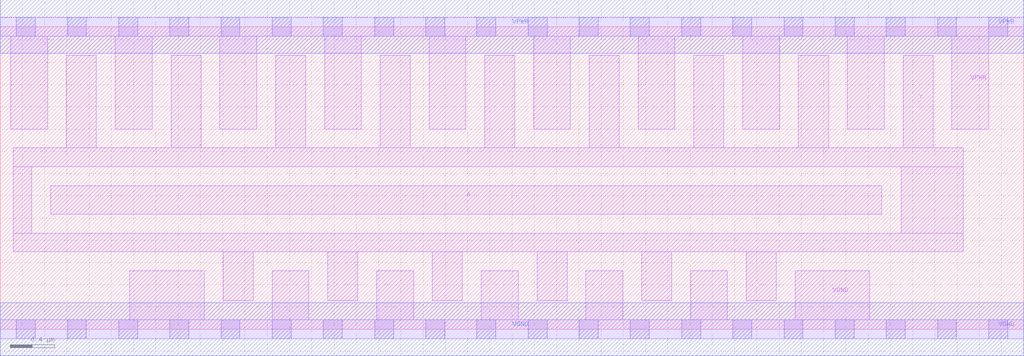
<source format=lef>
# Copyright 2020 The SkyWater PDK Authors
#
# Licensed under the Apache License, Version 2.0 (the "License");
# you may not use this file except in compliance with the License.
# You may obtain a copy of the License at
#
#     https://www.apache.org/licenses/LICENSE-2.0
#
# Unless required by applicable law or agreed to in writing, software
# distributed under the License is distributed on an "AS IS" BASIS,
# WITHOUT WARRANTIES OR CONDITIONS OF ANY KIND, either express or implied.
# See the License for the specific language governing permissions and
# limitations under the License.
#
# SPDX-License-Identifier: Apache-2.0

VERSION 5.7 ;
  NAMESCASESENSITIVE ON ;
  NOWIREEXTENSIONATPIN ON ;
  DIVIDERCHAR "/" ;
  BUSBITCHARS "[]" ;
UNITS
  DATABASE MICRONS 200 ;
END UNITS
PROPERTYDEFINITIONS
  MACRO maskLayoutSubType STRING ;
  MACRO prCellType STRING ;
  MACRO originalViewName STRING ;
END PROPERTYDEFINITIONS
MACRO sky130_fd_sc_hdll__clkinv_12
  CLASS CORE ;
  FOREIGN sky130_fd_sc_hdll__clkinv_12 ;
  ORIGIN  0.000000  0.000000 ;
  SIZE  9.200000 BY  2.720000 ;
  SYMMETRY X Y R90 ;
  SITE unithd ;
  PIN A
    ANTENNAGATEAREA  3.996000 ;
    DIRECTION INPUT ;
    USE SIGNAL ;
    PORT
      LAYER li1 ;
        RECT 0.455000 1.035000 7.925000 1.290000 ;
    END
  END A
  PIN Y
    ANTENNADIFFAREA  3.290400 ;
    DIRECTION OUTPUT ;
    USE SIGNAL ;
    PORT
      LAYER li1 ;
        RECT 0.115000 0.695000 8.655000 0.865000 ;
        RECT 0.115000 0.865000 0.285000 1.460000 ;
        RECT 0.115000 1.460000 8.655000 1.630000 ;
        RECT 0.595000 1.630000 0.865000 2.465000 ;
        RECT 1.535000 1.630000 1.805000 2.465000 ;
        RECT 2.005000 0.255000 2.275000 0.695000 ;
        RECT 2.475000 1.630000 2.745000 2.465000 ;
        RECT 2.945000 0.255000 3.215000 0.695000 ;
        RECT 3.415000 1.630000 3.685000 2.465000 ;
        RECT 3.885000 0.255000 4.155000 0.695000 ;
        RECT 4.355000 1.630000 4.625000 2.465000 ;
        RECT 4.825000 0.255000 5.095000 0.695000 ;
        RECT 5.295000 1.630000 5.565000 2.465000 ;
        RECT 5.765000 0.255000 6.035000 0.695000 ;
        RECT 6.235000 1.630000 6.505000 2.465000 ;
        RECT 6.705000 0.255000 6.975000 0.695000 ;
        RECT 7.175000 1.630000 7.445000 2.465000 ;
        RECT 8.100000 0.865000 8.655000 1.460000 ;
        RECT 8.115000 1.630000 8.385000 2.465000 ;
    END
  END Y
  PIN VGND
    DIRECTION INOUT ;
    USE GROUND ;
    PORT
      LAYER li1 ;
        RECT 0.000000 -0.085000 9.200000 0.085000 ;
        RECT 1.165000  0.085000 1.835000 0.525000 ;
        RECT 2.445000  0.085000 2.775000 0.525000 ;
        RECT 3.385000  0.085000 3.715000 0.525000 ;
        RECT 4.325000  0.085000 4.655000 0.525000 ;
        RECT 5.265000  0.085000 5.595000 0.525000 ;
        RECT 6.205000  0.085000 6.535000 0.525000 ;
        RECT 7.145000  0.085000 7.815000 0.525000 ;
      LAYER mcon ;
        RECT 0.145000 -0.085000 0.315000 0.085000 ;
        RECT 0.605000 -0.085000 0.775000 0.085000 ;
        RECT 1.065000 -0.085000 1.235000 0.085000 ;
        RECT 1.525000 -0.085000 1.695000 0.085000 ;
        RECT 1.985000 -0.085000 2.155000 0.085000 ;
        RECT 2.445000 -0.085000 2.615000 0.085000 ;
        RECT 2.905000 -0.085000 3.075000 0.085000 ;
        RECT 3.365000 -0.085000 3.535000 0.085000 ;
        RECT 3.825000 -0.085000 3.995000 0.085000 ;
        RECT 4.285000 -0.085000 4.455000 0.085000 ;
        RECT 4.745000 -0.085000 4.915000 0.085000 ;
        RECT 5.205000 -0.085000 5.375000 0.085000 ;
        RECT 5.665000 -0.085000 5.835000 0.085000 ;
        RECT 6.125000 -0.085000 6.295000 0.085000 ;
        RECT 6.585000 -0.085000 6.755000 0.085000 ;
        RECT 7.045000 -0.085000 7.215000 0.085000 ;
        RECT 7.505000 -0.085000 7.675000 0.085000 ;
        RECT 7.965000 -0.085000 8.135000 0.085000 ;
        RECT 8.425000 -0.085000 8.595000 0.085000 ;
        RECT 8.885000 -0.085000 9.055000 0.085000 ;
      LAYER met1 ;
        RECT 0.000000 -0.240000 9.200000 0.240000 ;
    END
  END VGND
  PIN VPWR
    DIRECTION INOUT ;
    USE POWER ;
    PORT
      LAYER li1 ;
        RECT 0.000000 2.635000 9.200000 2.805000 ;
        RECT 0.095000 1.800000 0.425000 2.635000 ;
        RECT 1.035000 1.800000 1.365000 2.635000 ;
        RECT 1.975000 1.800000 2.305000 2.635000 ;
        RECT 2.915000 1.800000 3.245000 2.635000 ;
        RECT 3.855000 1.800000 4.185000 2.635000 ;
        RECT 4.795000 1.800000 5.125000 2.635000 ;
        RECT 5.735000 1.800000 6.065000 2.635000 ;
        RECT 6.675000 1.800000 7.005000 2.635000 ;
        RECT 7.615000 1.800000 7.945000 2.635000 ;
        RECT 8.555000 1.800000 8.885000 2.635000 ;
      LAYER mcon ;
        RECT 0.145000 2.635000 0.315000 2.805000 ;
        RECT 0.605000 2.635000 0.775000 2.805000 ;
        RECT 1.065000 2.635000 1.235000 2.805000 ;
        RECT 1.525000 2.635000 1.695000 2.805000 ;
        RECT 1.985000 2.635000 2.155000 2.805000 ;
        RECT 2.445000 2.635000 2.615000 2.805000 ;
        RECT 2.905000 2.635000 3.075000 2.805000 ;
        RECT 3.365000 2.635000 3.535000 2.805000 ;
        RECT 3.825000 2.635000 3.995000 2.805000 ;
        RECT 4.285000 2.635000 4.455000 2.805000 ;
        RECT 4.745000 2.635000 4.915000 2.805000 ;
        RECT 5.205000 2.635000 5.375000 2.805000 ;
        RECT 5.665000 2.635000 5.835000 2.805000 ;
        RECT 6.125000 2.635000 6.295000 2.805000 ;
        RECT 6.585000 2.635000 6.755000 2.805000 ;
        RECT 7.045000 2.635000 7.215000 2.805000 ;
        RECT 7.505000 2.635000 7.675000 2.805000 ;
        RECT 7.965000 2.635000 8.135000 2.805000 ;
        RECT 8.425000 2.635000 8.595000 2.805000 ;
        RECT 8.885000 2.635000 9.055000 2.805000 ;
      LAYER met1 ;
        RECT 0.000000 2.480000 9.200000 2.960000 ;
    END
  END VPWR
  PROPERTY maskLayoutSubType "abstract" ;
  PROPERTY prCellType "standard" ;
  PROPERTY originalViewName "layout" ;
END sky130_fd_sc_hdll__clkinv_12

</source>
